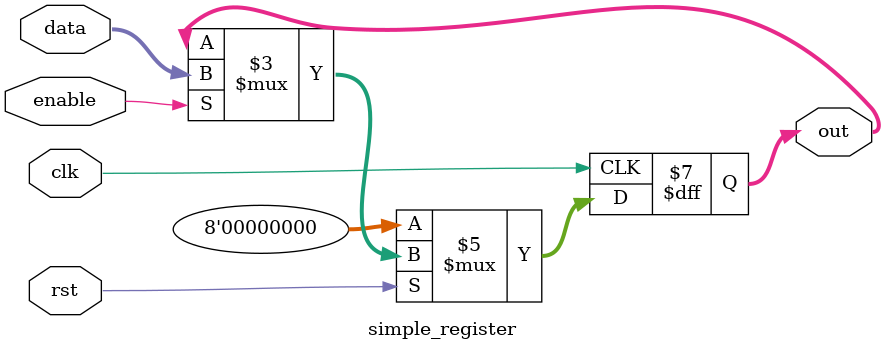
<source format=sv>
module simple_register#(parameter WIDTH = 8)(
    input  logic rst                ,    
    input  logic enable             ,
    input  logic clk                ,
    input  logic [WIDTH-1:0] data   ,
    output logic [WIDTH-1:0] out    
);
    always_ff@(posedge clk)begin:simple_reg
        if(~rst)  out <= 0;
        else      out <= (enable) ? data : out; 
    end:simple_reg
endmodule
</source>
